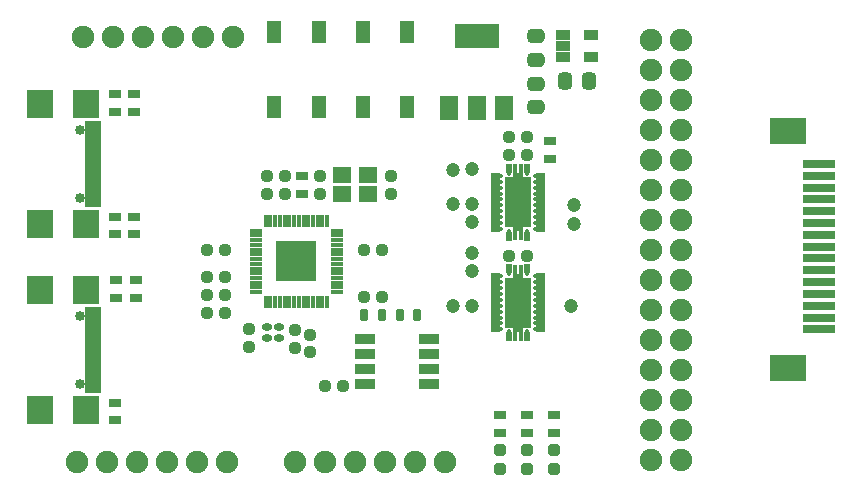
<source format=gts>
%FSLAX46Y46*%
%MOMM*%
%AMPS35*
4,1,22,
1.075000,2.075000,
0.450000,2.075000,
0.450000,3.200000,
0.100000,3.200000,
0.100000,2.425000,
-0.100000,2.425000,
-0.100000,3.200000,
-0.450000,3.200000,
-0.450000,2.075000,
-1.075000,2.075000,
-1.075000,-2.075000,
-0.450000,-2.075000,
-0.450000,-3.200000,
-0.100000,-3.200000,
-0.100000,-2.425000,
0.100000,-2.425000,
0.100000,-3.200000,
0.450000,-3.200000,
0.450000,-2.075000,
1.075000,-2.075000,
1.075000,-2.075000,
1.075000,-2.075000,
1.075000,2.075000,
0*
%
%ADD35PS35*%
%AMPS36*
1,1,1.900000,0.000000,0.000000*
%
%ADD36PS36*%
%AMPS16*
1,1,1.900000,0.000000,0.000000*
%
%ADD16PS16*%
%AMPS48*
1,1,1.900000,0.000000,0.000000*
%
%ADD48PS48*%
%AMPS15*
21,1,1.200000,1.800000,0.000000,0.000000,0.000000*
%
%ADD15PS15*%
%AMPS14*
21,1,1.200000,1.800000,0.000000,0.000000,180.000000*
%
%ADD14PS14*%
%AMPS38*
21,1,0.400000,1.075000,0.000000,0.000000,0.000000*
%
%ADD38PS38*%
%AMPS40*
21,1,0.400000,1.075000,0.000000,0.000000,90.000000*
%
%ADD40PS40*%
%AMPS37*
21,1,0.400000,1.075000,0.000000,0.000000,180.000000*
%
%ADD37PS37*%
%AMPS39*
21,1,0.400000,1.075000,0.000000,0.000000,270.000000*
%
%ADD39PS39*%
%AMPS10*
21,1,0.800000,1.700000,0.000000,0.000000,90.000000*
%
%ADD10PS10*%
%AMPS11*
21,1,0.800000,1.700000,0.000000,0.000000,270.000000*
%
%ADD11PS11*%
%AMPS25*
21,1,1.450000,1.950000,0.000000,0.000000,0.000000*
%
%ADD25PS25*%
%AMPS43*
21,1,0.800000,1.350000,0.000000,0.000000,270.000000*
%
%ADD43PS43*%
%AMPS41*
21,1,3.400000,3.400000,0.000000,0.000000,180.000000*
%
%ADD41PS41*%
%AMPS26*
21,1,3.700000,1.950000,0.000000,0.000000,0.000000*
%
%ADD26PS26*%
%AMPS44*
21,1,2.380000,2.200000,0.000000,0.000000,270.000000*
%
%ADD44PS44*%
%AMPS45*
21,1,0.500000,1.350000,0.000000,0.000000,270.000000*
%
%ADD45PS45*%
%AMPS19*
21,1,0.900000,1.200000,0.000000,0.000000,270.000000*
%
%ADD19PS19*%
%AMPS49*
21,1,1.600000,1.400000,0.000000,0.000000,0.000000*
%
%ADD49PS49*%
%AMPS24*
21,1,3.100000,2.200000,0.000000,0.000000,180.000000*
%
%ADD24PS24*%
%AMPS23*
21,1,2.740000,0.700000,0.000000,0.000000,180.000000*
%
%ADD23PS23*%
%AMPS46*
1,1,0.850000,0.000000,0.000000*
%
%ADD46PS46*%
%AMPS12*
1,1,0.400000,-0.200000,-0.100000*
1,1,0.400000,0.200000,0.100000*
1,1,0.400000,-0.200000,0.100000*
1,1,0.400000,0.200000,-0.100000*
21,1,0.600000,0.400000,0.000000,0.000000,90.000000*
21,1,0.200000,0.800000,0.000000,0.000000,90.000000*
%
%ADD12PS12*%
%AMPS47*
1,1,0.560000,-0.220000,0.195000*
1,1,0.560000,0.220000,-0.195000*
1,1,0.560000,0.220000,0.195000*
1,1,0.560000,-0.220000,-0.195000*
21,1,1.000000,0.390000,0.000000,0.000000,0.000000*
21,1,0.440000,0.950000,0.000000,0.000000,0.000000*
%
%ADD47PS47*%
%AMPS27*
1,1,0.560000,-0.195000,-0.220000*
1,1,0.560000,0.195000,0.220000*
1,1,0.560000,-0.195000,0.220000*
1,1,0.560000,0.195000,-0.220000*
21,1,1.000000,0.390000,0.000000,0.000000,90.000000*
21,1,0.440000,0.950000,0.000000,0.000000,90.000000*
%
%ADD27PS27*%
%AMPS13*
1,1,0.560000,0.220000,-0.195000*
1,1,0.560000,-0.220000,0.195000*
1,1,0.560000,-0.220000,-0.195000*
1,1,0.560000,0.220000,0.195000*
21,1,1.000000,0.390000,0.000000,0.000000,180.000000*
21,1,0.440000,0.950000,0.000000,0.000000,180.000000*
%
%ADD13PS13*%
%AMPS29*
1,1,0.560000,0.195000,0.220000*
1,1,0.560000,-0.195000,-0.220000*
1,1,0.560000,0.195000,-0.220000*
1,1,0.560000,-0.195000,0.220000*
21,1,1.000000,0.390000,0.000000,0.000000,270.000000*
21,1,0.440000,0.950000,0.000000,0.000000,270.000000*
%
%ADD29PS29*%
%AMPS28*
1,1,0.560000,-0.220000,-0.220000*
1,1,0.560000,0.220000,0.220000*
1,1,0.560000,-0.220000,0.220000*
1,1,0.560000,0.220000,-0.220000*
21,1,1.000000,0.440000,0.000000,0.000000,90.000000*
21,1,0.440000,1.000000,0.000000,0.000000,90.000000*
%
%ADD28PS28*%
%AMPS21*
1,1,0.700000,-0.375000,-0.250000*
1,1,0.700000,0.375000,0.250000*
1,1,0.700000,-0.375000,0.250000*
1,1,0.700000,0.375000,-0.250000*
21,1,1.200000,0.750000,0.000000,0.000000,90.000000*
21,1,0.500000,1.450000,0.000000,0.000000,90.000000*
%
%ADD21PS21*%
%AMPS30*
1,1,0.700000,0.250000,-0.375000*
1,1,0.700000,-0.250000,0.375000*
1,1,0.700000,-0.250000,-0.375000*
1,1,0.700000,0.250000,0.375000*
21,1,1.200000,0.750000,0.000000,0.000000,180.000000*
21,1,0.500000,1.450000,0.000000,0.000000,180.000000*
%
%ADD30PS30*%
%AMPS42*
1,1,0.700000,0.375000,0.250000*
1,1,0.700000,-0.375000,-0.250000*
1,1,0.700000,0.375000,-0.250000*
1,1,0.700000,-0.375000,0.250000*
21,1,1.200000,0.750000,0.000000,0.000000,270.000000*
21,1,0.500000,1.450000,0.000000,0.000000,270.000000*
%
%ADD42PS42*%
%AMPS22*
1,1,0.440000,-0.130000,0.330000*
1,1,0.440000,0.130000,-0.330000*
1,1,0.440000,0.130000,0.330000*
1,1,0.440000,-0.130000,-0.330000*
21,1,0.700000,0.660000,0.000000,0.000000,0.000000*
21,1,0.260000,1.100000,0.000000,0.000000,0.000000*
%
%ADD22PS22*%
%AMPS20*
1,1,0.440000,-0.330000,-0.130000*
1,1,0.440000,0.330000,0.130000*
1,1,0.440000,-0.330000,0.130000*
1,1,0.440000,0.330000,-0.130000*
21,1,0.700000,0.660000,0.000000,0.000000,90.000000*
21,1,0.260000,1.100000,0.000000,0.000000,90.000000*
%
%ADD20PS20*%
%AMPS18*
1,1,0.440000,0.330000,0.130000*
1,1,0.440000,-0.330000,-0.130000*
1,1,0.440000,0.330000,-0.130000*
1,1,0.440000,-0.330000,0.130000*
21,1,0.700000,0.660000,0.000000,0.000000,270.000000*
21,1,0.260000,1.100000,0.000000,0.000000,270.000000*
%
%ADD18PS18*%
%AMPS33*
1,1,0.430000,0.000000,0.285000*
4,1,4,
-0.215000,-0.500000,
-0.215000,0.285000,
0.215000,0.285000,
0.215000,-0.500000,
-0.215000,-0.500000,
0*
%
%ADD33PS33*%
%AMPS32*
1,1,0.430000,-0.285000,0.000000*
4,1,4,
0.500000,-0.215000,
-0.285000,-0.215000,
-0.285000,0.215000,
0.500000,0.215000,
0.500000,-0.215000,
0*
%
%ADD32PS32*%
%AMPS34*
1,1,0.430000,0.000000,-0.285000*
4,1,4,
0.215000,0.500000,
0.215000,-0.285000,
-0.215000,-0.285000,
-0.215000,0.500000,
0.215000,0.500000,
0*
%
%ADD34PS34*%
%AMPS31*
1,1,0.430000,0.285000,0.000000*
4,1,4,
-0.500000,0.215000,
0.285000,0.215000,
0.285000,-0.215000,
-0.500000,-0.215000,
-0.500000,0.215000,
0*
%
%ADD31PS31*%
%AMPS17*
1,1,1.200000,0.000000,0.000000*
%
%ADD17PS17*%
G01*
G01*
%LPD*%
G75*
D10*
X-32050000Y-10135000D03*
D10*
X-32050000Y-7595000D03*
D11*
X-37450000Y-10135000D03*
D10*
X-32050000Y-11405000D03*
D10*
X-32050000Y-8865000D03*
D11*
X-37450000Y-7595000D03*
D11*
X-37450000Y-8865000D03*
D11*
X-37450000Y-11405000D03*
D12*
X-44750000Y-7450000D03*
D12*
X-44750000Y-6550000D03*
D13*
X-50780000Y-24000D03*
D13*
X-49280000Y-24000D03*
D14*
X-41350000Y18450000D03*
D15*
X-45150000Y12050000D03*
D15*
X-41350000Y12050000D03*
D14*
X-45150000Y18450000D03*
D16*
X-54230000Y-18000000D03*
D16*
X-61850000Y-18000000D03*
D16*
X-59310000Y-18000000D03*
D16*
X-51690000Y-18000000D03*
D16*
X-56770000Y-18000000D03*
D16*
X-49150000Y-18000000D03*
D17*
X-28416000Y-1792000D03*
D18*
X-23732000Y-14018000D03*
D18*
X-23732000Y-15518000D03*
D19*
X-20700000Y17250000D03*
D19*
X-18300000Y16300000D03*
D19*
X-20700000Y18200000D03*
D19*
X-18300000Y18200000D03*
D19*
X-20700000Y16300000D03*
D17*
X-29952000Y3840000D03*
D17*
X-28416000Y2304000D03*
D18*
X-58624000Y2798000D03*
D18*
X-58624000Y1298000D03*
D18*
X-21464000Y-14018000D03*
D18*
X-21464000Y-15518000D03*
D20*
X-56960000Y11666000D03*
D20*
X-56960000Y13166000D03*
D21*
X-22999992Y12050056D03*
D21*
X-22999992Y14050056D03*
D18*
X-56960000Y2798000D03*
D18*
X-56960000Y1298000D03*
D22*
X-37500000Y-5500000D03*
D22*
X-36000000Y-5500000D03*
D18*
X-21760000Y9198000D03*
D18*
X-21760000Y7698000D03*
D23*
X1000000Y-3750014D03*
D23*
X1000000Y-6750014D03*
D23*
X1000000Y2249986D03*
D23*
X1000000Y-4750014D03*
D23*
X1000000Y5249986D03*
D24*
X-1600000Y-10050014D03*
D23*
X1000000Y-2750014D03*
D23*
X1000000Y7249986D03*
D23*
X1000000Y249986D03*
D23*
X1000000Y-1750014D03*
D23*
X1000000Y1249986D03*
D23*
X1000000Y4249986D03*
D23*
X1000000Y-5750014D03*
D23*
X1000000Y6249986D03*
D23*
X1000000Y3249986D03*
D23*
X1000000Y-750014D03*
D24*
X-1600000Y10049986D03*
D17*
X-28416000Y-256000D03*
D25*
X-25700000Y12000000D03*
D25*
X-28000000Y12000000D03*
D25*
X-30300000Y12000000D03*
D26*
X-28000000Y18100000D03*
D27*
X-45750000Y6250000D03*
D27*
X-45750000Y4750000D03*
D17*
X-29952000Y-4736000D03*
D28*
X-23732000Y-18568000D03*
D28*
X-23732000Y-16968000D03*
D17*
X-28416000Y3840000D03*
D29*
X-47250000Y-8250000D03*
D29*
X-47250000Y-6750000D03*
D29*
X-35250000Y4750000D03*
D29*
X-35250000Y6250000D03*
D27*
X-44250000Y6250000D03*
D27*
X-44250000Y4750000D03*
D17*
X-28360000Y6786000D03*
D17*
X-19712000Y2176000D03*
D30*
X-18500056Y14250008D03*
D30*
X-20500056Y14250008D03*
D31*
X-26250000Y-4750000D03*
D32*
X-22750000Y-4750000D03*
D32*
X-22750000Y-4250000D03*
D32*
X-22750000Y-2250000D03*
D31*
X-26250000Y-3750000D03*
D32*
X-22750000Y-3250000D03*
D31*
X-26250000Y-5750000D03*
D31*
X-26250000Y-6250000D03*
D31*
X-26250000Y-5250000D03*
D32*
X-22750000Y-6250000D03*
D31*
X-26250000Y-2750000D03*
D33*
X-23750000Y-7250000D03*
D31*
X-26250000Y-4250000D03*
D32*
X-22750000Y-5250000D03*
D31*
X-26250000Y-2250000D03*
D34*
X-23750000Y-1750000D03*
D33*
X-25250000Y-7250000D03*
D31*
X-26250000Y-6750000D03*
D32*
X-22750000Y-6750000D03*
D32*
X-22750000Y-5750000D03*
D31*
X-26250000Y-3250000D03*
D32*
X-22750000Y-3750000D03*
D35*
X-24500000Y-4500000D03*
D32*
X-22750000Y-2750000D03*
D34*
X-25250000Y-1750000D03*
D13*
X-25250000Y-500000D03*
D13*
X-23750000Y-500000D03*
D16*
X-53730000Y18000000D03*
D16*
X-61350000Y18000000D03*
D16*
X-58810000Y18000000D03*
D16*
X-51190000Y18000000D03*
D16*
X-56270000Y18000000D03*
D16*
X-48650000Y18000000D03*
D15*
X-37650000Y12050000D03*
D14*
X-33850000Y18450000D03*
D14*
X-37650000Y18450000D03*
D15*
X-33850000Y12050000D03*
D13*
X-40836000Y-11524000D03*
D13*
X-39336000Y-11524000D03*
D27*
X-41250000Y6250000D03*
D27*
X-41250000Y4750000D03*
D36*
X-10730000Y-17780000D03*
D36*
X-10730000Y-12700000D03*
D36*
X-10730000Y-7620000D03*
D36*
X-10730000Y15240000D03*
D36*
X-13270000Y-15240000D03*
D36*
X-13270000Y10160000D03*
D36*
X-13270000Y-7620000D03*
D36*
X-10730000Y-2540000D03*
D36*
X-10730000Y7620000D03*
D36*
X-10730000Y-5080000D03*
D36*
X-10730000Y5080000D03*
D36*
X-10730000Y-15240000D03*
D36*
X-13270000Y-2540000D03*
D36*
X-13270000Y17780000D03*
D36*
X-10730000Y17780000D03*
D36*
X-13270000Y12700000D03*
D36*
X-10730000Y2540000D03*
D36*
X-13270000Y7620000D03*
D36*
X-13270000Y-5080000D03*
D36*
X-10730000Y-10160000D03*
D36*
X-13270000Y2540000D03*
D36*
X-13270000Y-12700000D03*
D36*
X-10730000Y10160000D03*
D36*
X-13270000Y5080000D03*
D36*
X-13270000Y-10160000D03*
D36*
X-10730000Y0D03*
D36*
X-13270000Y0D03*
D36*
X-13270000Y-17780000D03*
D36*
X-13270000Y15240000D03*
D36*
X-10730000Y12700000D03*
D37*
X-43050000Y2437500D03*
D38*
X-41450000Y-4437500D03*
D38*
X-41050000Y-4437500D03*
D39*
X-46687500Y-2400000D03*
D37*
X-40650000Y2437500D03*
D39*
X-46687500Y-2000000D03*
D37*
X-42250000Y2437500D03*
D38*
X-45050000Y-4437500D03*
D39*
X-46687500Y-1600000D03*
D39*
X-46687500Y1600000D03*
D39*
X-46687500Y800000D03*
D38*
X-42250000Y-4437500D03*
D39*
X-46687500Y-400000D03*
D40*
X-39812500Y1200000D03*
D40*
X-39812500Y-3600000D03*
D38*
X-44250000Y-4437500D03*
D37*
X-45050000Y2437500D03*
D40*
X-39812500Y-400000D03*
D37*
X-41050000Y2437500D03*
D38*
X-43050000Y-4437500D03*
D40*
X-39812500Y0D03*
D40*
X-39812500Y-1600000D03*
D38*
X-40650000Y-4437500D03*
D40*
X-39812500Y-2800000D03*
D37*
X-43450000Y2437500D03*
D39*
X-46687500Y-3200000D03*
D37*
X-41850000Y2437500D03*
D38*
X-43850000Y-4437500D03*
D40*
X-39812500Y-1200000D03*
D37*
X-41450000Y2437500D03*
D37*
X-45450000Y2437500D03*
D38*
X-45450000Y-4437500D03*
D40*
X-39812500Y-3200000D03*
D40*
X-39812500Y-800000D03*
D39*
X-46687500Y0D03*
D38*
X-44650000Y-4437500D03*
D38*
X-42650000Y-4437500D03*
D40*
X-39812500Y-2400000D03*
D39*
X-46687500Y-2800000D03*
D39*
X-46687500Y-800000D03*
D37*
X-42650000Y2437500D03*
D39*
X-46687500Y400000D03*
D37*
X-45850000Y2437500D03*
D37*
X-44250000Y2437500D03*
D38*
X-41850000Y-4437500D03*
D40*
X-39812500Y-2000000D03*
D39*
X-46687500Y1200000D03*
D37*
X-43850000Y2437500D03*
D40*
X-39812500Y400000D03*
D38*
X-43450000Y-4437500D03*
D39*
X-46687500Y-1200000D03*
D38*
X-45850000Y-4437500D03*
D40*
X-39812500Y800000D03*
D37*
X-44650000Y2437500D03*
D41*
X-43250000Y-1000000D03*
D40*
X-39812500Y1600000D03*
D39*
X-46687500Y-3600000D03*
D13*
X-25250000Y8000000D03*
D13*
X-23750000Y8000000D03*
D17*
X-20000000Y-4750000D03*
D42*
X-23000008Y18049944D03*
D42*
X-23000008Y16049944D03*
D43*
X-60495000Y4050000D03*
D44*
X-61070000Y12360000D03*
D45*
X-60495000Y8500000D03*
D44*
X-65000000Y2140000D03*
D45*
X-60495000Y6000000D03*
D44*
X-61070000Y2140000D03*
D45*
X-60495000Y7500000D03*
D45*
X-60495000Y9000000D03*
D45*
X-60495000Y5500000D03*
D46*
X-61570000Y10140000D03*
D43*
X-60495000Y9650000D03*
D44*
X-65000000Y12360000D03*
D45*
X-60495000Y7000000D03*
D43*
X-60495000Y4850000D03*
D43*
X-60495000Y10450000D03*
D45*
X-60495000Y8000000D03*
D46*
X-61570000Y4360000D03*
D45*
X-60495000Y6500000D03*
D47*
X-36000000Y-4000000D03*
D47*
X-37500000Y-4000000D03*
D20*
X-58624000Y11666000D03*
D20*
X-58624000Y13166000D03*
D17*
X-29952000Y6784000D03*
D48*
X-38270000Y-18000000D03*
D48*
X-30650000Y-18000000D03*
D48*
X-33190000Y-18000000D03*
D48*
X-40810000Y-18000000D03*
D48*
X-35730000Y-18000000D03*
D48*
X-43350000Y-18000000D03*
D47*
X-36000000Y0D03*
D47*
X-37500000Y0D03*
D29*
X-43392000Y-8302000D03*
D29*
X-43392000Y-6802000D03*
D18*
X-58624000Y-12946000D03*
D18*
X-58624000Y-14446000D03*
D17*
X-19750000Y3750000D03*
D20*
X-56850000Y-4078000D03*
D20*
X-56850000Y-2578000D03*
D43*
X-60495000Y-11700000D03*
D44*
X-61070000Y-3390000D03*
D45*
X-60495000Y-7250000D03*
D44*
X-65000000Y-13610000D03*
D45*
X-60495000Y-9750000D03*
D44*
X-61070000Y-13610000D03*
D45*
X-60495000Y-8250000D03*
D45*
X-60495000Y-6750000D03*
D45*
X-60495000Y-10250000D03*
D46*
X-61570000Y-5610000D03*
D43*
X-60495000Y-6100000D03*
D44*
X-65000000Y-3390000D03*
D45*
X-60495000Y-8750000D03*
D43*
X-60495000Y-10900000D03*
D43*
X-60495000Y-5300000D03*
D45*
X-60495000Y-7750000D03*
D46*
X-61570000Y-11390000D03*
D45*
X-60495000Y-9250000D03*
D17*
X-28416000Y-4736000D03*
D31*
X-26250000Y3750000D03*
D32*
X-22750000Y3750000D03*
D32*
X-22750000Y4250000D03*
D32*
X-22750000Y6250000D03*
D31*
X-26250000Y4750000D03*
D32*
X-22750000Y5250000D03*
D31*
X-26250000Y2750000D03*
D31*
X-26250000Y2250000D03*
D31*
X-26250000Y3250000D03*
D32*
X-22750000Y2250000D03*
D31*
X-26250000Y5750000D03*
D33*
X-23750000Y1250000D03*
D31*
X-26250000Y4250000D03*
D32*
X-22750000Y3250000D03*
D31*
X-26250000Y6250000D03*
D34*
X-23750000Y6750000D03*
D33*
X-25250000Y1250000D03*
D31*
X-26250000Y1750000D03*
D32*
X-22750000Y1750000D03*
D32*
X-22750000Y2750000D03*
D31*
X-26250000Y5250000D03*
D32*
X-22750000Y4750000D03*
D35*
X-24500000Y4000000D03*
D32*
X-22750000Y5750000D03*
D34*
X-25250000Y6750000D03*
D22*
X-34500000Y-5500000D03*
D22*
X-33000000Y-5500000D03*
D20*
X-58496000Y-4078000D03*
D20*
X-58496000Y-2578000D03*
D13*
X-25250000Y9500000D03*
D13*
X-23750000Y9500000D03*
D18*
X-42750000Y6250000D03*
D18*
X-42750000Y4750000D03*
D18*
X-26000000Y-14018000D03*
D18*
X-26000000Y-15518000D03*
D28*
X-21464000Y-18568000D03*
D28*
X-21464000Y-16968000D03*
D12*
X-45750000Y-7450000D03*
D12*
X-45750000Y-6550000D03*
D49*
X-37150000Y6300000D03*
D49*
X-39350000Y6300000D03*
D49*
X-39350000Y4700000D03*
D49*
X-37150000Y4700000D03*
D13*
X-50798000Y-3840000D03*
D13*
X-49298000Y-3840000D03*
D13*
X-50798000Y-2304000D03*
D13*
X-49298000Y-2304000D03*
D29*
X-42112000Y-8686000D03*
D29*
X-42112000Y-7186000D03*
D28*
X-26000000Y-18568000D03*
D28*
X-26000000Y-16968000D03*
D13*
X-50798000Y-5376000D03*
D13*
X-49298000Y-5376000D03*
M02*

</source>
